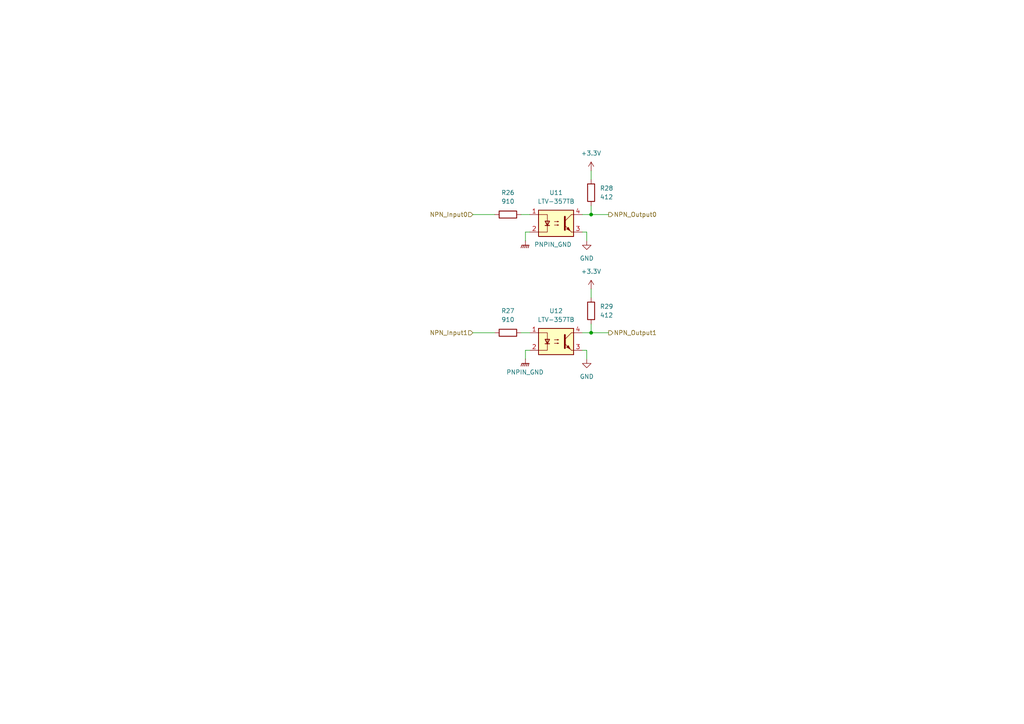
<source format=kicad_sch>
(kicad_sch
	(version 20250114)
	(generator "eeschema")
	(generator_version "9.0")
	(uuid "e63b338f-bd90-4c52-970e-b80b54cdea6a")
	(paper "A4")
	(lib_symbols
		(symbol "Device:R"
			(pin_numbers
				(hide yes)
			)
			(pin_names
				(offset 0)
			)
			(exclude_from_sim no)
			(in_bom yes)
			(on_board yes)
			(property "Reference" "R"
				(at 2.032 0 90)
				(effects
					(font
						(size 1.27 1.27)
					)
				)
			)
			(property "Value" "R"
				(at 0 0 90)
				(effects
					(font
						(size 1.27 1.27)
					)
				)
			)
			(property "Footprint" ""
				(at -1.778 0 90)
				(effects
					(font
						(size 1.27 1.27)
					)
					(hide yes)
				)
			)
			(property "Datasheet" "~"
				(at 0 0 0)
				(effects
					(font
						(size 1.27 1.27)
					)
					(hide yes)
				)
			)
			(property "Description" "Resistor"
				(at 0 0 0)
				(effects
					(font
						(size 1.27 1.27)
					)
					(hide yes)
				)
			)
			(property "ki_keywords" "R res resistor"
				(at 0 0 0)
				(effects
					(font
						(size 1.27 1.27)
					)
					(hide yes)
				)
			)
			(property "ki_fp_filters" "R_*"
				(at 0 0 0)
				(effects
					(font
						(size 1.27 1.27)
					)
					(hide yes)
				)
			)
			(symbol "R_0_1"
				(rectangle
					(start -1.016 -2.54)
					(end 1.016 2.54)
					(stroke
						(width 0.254)
						(type default)
					)
					(fill
						(type none)
					)
				)
			)
			(symbol "R_1_1"
				(pin passive line
					(at 0 3.81 270)
					(length 1.27)
					(name "~"
						(effects
							(font
								(size 1.27 1.27)
							)
						)
					)
					(number "1"
						(effects
							(font
								(size 1.27 1.27)
							)
						)
					)
				)
				(pin passive line
					(at 0 -3.81 90)
					(length 1.27)
					(name "~"
						(effects
							(font
								(size 1.27 1.27)
							)
						)
					)
					(number "2"
						(effects
							(font
								(size 1.27 1.27)
							)
						)
					)
				)
			)
			(embedded_fonts no)
		)
		(symbol "Isolator:LTV-357T"
			(pin_names
				(offset 1.016)
			)
			(exclude_from_sim no)
			(in_bom yes)
			(on_board yes)
			(property "Reference" "U"
				(at -5.334 4.826 0)
				(effects
					(font
						(size 1.27 1.27)
					)
					(justify left)
				)
			)
			(property "Value" "LTV-357T"
				(at 0 5.08 0)
				(effects
					(font
						(size 1.27 1.27)
					)
					(justify left)
				)
			)
			(property "Footprint" "Package_SO:SO-4_4.4x3.6mm_P2.54mm"
				(at -5.08 -5.08 0)
				(effects
					(font
						(size 1.27 1.27)
						(italic yes)
					)
					(justify left)
					(hide yes)
				)
			)
			(property "Datasheet" "https://www.buerklin.com/medias/sys_master/download/download/h91/ha0/8892020588574.pdf"
				(at 0 0 0)
				(effects
					(font
						(size 1.27 1.27)
					)
					(justify left)
					(hide yes)
				)
			)
			(property "Description" "DC Optocoupler, Vce 35V, CTR 50%, SO-4"
				(at 0 0 0)
				(effects
					(font
						(size 1.27 1.27)
					)
					(hide yes)
				)
			)
			(property "ki_keywords" "NPN DC Optocoupler"
				(at 0 0 0)
				(effects
					(font
						(size 1.27 1.27)
					)
					(hide yes)
				)
			)
			(property "ki_fp_filters" "SO*4.4x3.6mm*P2.54mm*"
				(at 0 0 0)
				(effects
					(font
						(size 1.27 1.27)
					)
					(hide yes)
				)
			)
			(symbol "LTV-357T_0_1"
				(rectangle
					(start -5.08 3.81)
					(end 5.08 -3.81)
					(stroke
						(width 0.254)
						(type default)
					)
					(fill
						(type background)
					)
				)
				(polyline
					(pts
						(xy -5.08 2.54) (xy -2.54 2.54) (xy -2.54 -0.762)
					)
					(stroke
						(width 0)
						(type default)
					)
					(fill
						(type none)
					)
				)
				(polyline
					(pts
						(xy -3.175 -0.635) (xy -1.905 -0.635)
					)
					(stroke
						(width 0.254)
						(type default)
					)
					(fill
						(type none)
					)
				)
				(polyline
					(pts
						(xy -2.54 -0.635) (xy -2.54 -2.54) (xy -5.08 -2.54)
					)
					(stroke
						(width 0)
						(type default)
					)
					(fill
						(type none)
					)
				)
				(polyline
					(pts
						(xy -2.54 -0.635) (xy -3.175 0.635) (xy -1.905 0.635) (xy -2.54 -0.635)
					)
					(stroke
						(width 0.254)
						(type default)
					)
					(fill
						(type none)
					)
				)
				(polyline
					(pts
						(xy -0.508 0.508) (xy 0.762 0.508) (xy 0.381 0.381) (xy 0.381 0.635) (xy 0.762 0.508)
					)
					(stroke
						(width 0)
						(type default)
					)
					(fill
						(type none)
					)
				)
				(polyline
					(pts
						(xy -0.508 -0.508) (xy 0.762 -0.508) (xy 0.381 -0.635) (xy 0.381 -0.381) (xy 0.762 -0.508)
					)
					(stroke
						(width 0)
						(type default)
					)
					(fill
						(type none)
					)
				)
				(polyline
					(pts
						(xy 2.54 1.905) (xy 2.54 -1.905) (xy 2.54 -1.905)
					)
					(stroke
						(width 0.508)
						(type default)
					)
					(fill
						(type none)
					)
				)
				(polyline
					(pts
						(xy 2.54 0.635) (xy 4.445 2.54)
					)
					(stroke
						(width 0)
						(type default)
					)
					(fill
						(type none)
					)
				)
				(polyline
					(pts
						(xy 3.048 -1.651) (xy 3.556 -1.143) (xy 4.064 -2.159) (xy 3.048 -1.651) (xy 3.048 -1.651)
					)
					(stroke
						(width 0)
						(type default)
					)
					(fill
						(type outline)
					)
				)
				(polyline
					(pts
						(xy 4.445 2.54) (xy 5.08 2.54)
					)
					(stroke
						(width 0)
						(type default)
					)
					(fill
						(type none)
					)
				)
				(polyline
					(pts
						(xy 4.445 -2.54) (xy 2.54 -0.635)
					)
					(stroke
						(width 0)
						(type default)
					)
					(fill
						(type outline)
					)
				)
				(polyline
					(pts
						(xy 4.445 -2.54) (xy 5.08 -2.54)
					)
					(stroke
						(width 0)
						(type default)
					)
					(fill
						(type none)
					)
				)
			)
			(symbol "LTV-357T_1_1"
				(pin passive line
					(at -7.62 2.54 0)
					(length 2.54)
					(name "~"
						(effects
							(font
								(size 1.27 1.27)
							)
						)
					)
					(number "1"
						(effects
							(font
								(size 1.27 1.27)
							)
						)
					)
				)
				(pin passive line
					(at -7.62 -2.54 0)
					(length 2.54)
					(name "~"
						(effects
							(font
								(size 1.27 1.27)
							)
						)
					)
					(number "2"
						(effects
							(font
								(size 1.27 1.27)
							)
						)
					)
				)
				(pin passive line
					(at 7.62 2.54 180)
					(length 2.54)
					(name "~"
						(effects
							(font
								(size 1.27 1.27)
							)
						)
					)
					(number "4"
						(effects
							(font
								(size 1.27 1.27)
							)
						)
					)
				)
				(pin passive line
					(at 7.62 -2.54 180)
					(length 2.54)
					(name "~"
						(effects
							(font
								(size 1.27 1.27)
							)
						)
					)
					(number "3"
						(effects
							(font
								(size 1.27 1.27)
							)
						)
					)
				)
			)
			(embedded_fonts no)
		)
		(symbol "power:+3.3V"
			(power)
			(pin_numbers
				(hide yes)
			)
			(pin_names
				(offset 0)
				(hide yes)
			)
			(exclude_from_sim no)
			(in_bom yes)
			(on_board yes)
			(property "Reference" "#PWR"
				(at 0 -3.81 0)
				(effects
					(font
						(size 1.27 1.27)
					)
					(hide yes)
				)
			)
			(property "Value" "+3.3V"
				(at 0 3.556 0)
				(effects
					(font
						(size 1.27 1.27)
					)
				)
			)
			(property "Footprint" ""
				(at 0 0 0)
				(effects
					(font
						(size 1.27 1.27)
					)
					(hide yes)
				)
			)
			(property "Datasheet" ""
				(at 0 0 0)
				(effects
					(font
						(size 1.27 1.27)
					)
					(hide yes)
				)
			)
			(property "Description" "Power symbol creates a global label with name \"+3.3V\""
				(at 0 0 0)
				(effects
					(font
						(size 1.27 1.27)
					)
					(hide yes)
				)
			)
			(property "ki_keywords" "global power"
				(at 0 0 0)
				(effects
					(font
						(size 1.27 1.27)
					)
					(hide yes)
				)
			)
			(symbol "+3.3V_0_1"
				(polyline
					(pts
						(xy -0.762 1.27) (xy 0 2.54)
					)
					(stroke
						(width 0)
						(type default)
					)
					(fill
						(type none)
					)
				)
				(polyline
					(pts
						(xy 0 2.54) (xy 0.762 1.27)
					)
					(stroke
						(width 0)
						(type default)
					)
					(fill
						(type none)
					)
				)
				(polyline
					(pts
						(xy 0 0) (xy 0 2.54)
					)
					(stroke
						(width 0)
						(type default)
					)
					(fill
						(type none)
					)
				)
			)
			(symbol "+3.3V_1_1"
				(pin power_in line
					(at 0 0 90)
					(length 0)
					(name "~"
						(effects
							(font
								(size 1.27 1.27)
							)
						)
					)
					(number "1"
						(effects
							(font
								(size 1.27 1.27)
							)
						)
					)
				)
			)
			(embedded_fonts no)
		)
		(symbol "power:GND"
			(power)
			(pin_numbers
				(hide yes)
			)
			(pin_names
				(offset 0)
				(hide yes)
			)
			(exclude_from_sim no)
			(in_bom yes)
			(on_board yes)
			(property "Reference" "#PWR"
				(at 0 -6.35 0)
				(effects
					(font
						(size 1.27 1.27)
					)
					(hide yes)
				)
			)
			(property "Value" "GND"
				(at 0 -3.81 0)
				(effects
					(font
						(size 1.27 1.27)
					)
				)
			)
			(property "Footprint" ""
				(at 0 0 0)
				(effects
					(font
						(size 1.27 1.27)
					)
					(hide yes)
				)
			)
			(property "Datasheet" ""
				(at 0 0 0)
				(effects
					(font
						(size 1.27 1.27)
					)
					(hide yes)
				)
			)
			(property "Description" "Power symbol creates a global label with name \"GND\" , ground"
				(at 0 0 0)
				(effects
					(font
						(size 1.27 1.27)
					)
					(hide yes)
				)
			)
			(property "ki_keywords" "global power"
				(at 0 0 0)
				(effects
					(font
						(size 1.27 1.27)
					)
					(hide yes)
				)
			)
			(symbol "GND_0_1"
				(polyline
					(pts
						(xy 0 0) (xy 0 -1.27) (xy 1.27 -1.27) (xy 0 -2.54) (xy -1.27 -1.27) (xy 0 -1.27)
					)
					(stroke
						(width 0)
						(type default)
					)
					(fill
						(type none)
					)
				)
			)
			(symbol "GND_1_1"
				(pin power_in line
					(at 0 0 270)
					(length 0)
					(name "~"
						(effects
							(font
								(size 1.27 1.27)
							)
						)
					)
					(number "1"
						(effects
							(font
								(size 1.27 1.27)
							)
						)
					)
				)
			)
			(embedded_fonts no)
		)
		(symbol "power:GNDPWR"
			(power)
			(pin_numbers
				(hide yes)
			)
			(pin_names
				(offset 0)
				(hide yes)
			)
			(exclude_from_sim no)
			(in_bom yes)
			(on_board yes)
			(property "Reference" "#PWR"
				(at 0 -5.08 0)
				(effects
					(font
						(size 1.27 1.27)
					)
					(hide yes)
				)
			)
			(property "Value" "GNDPWR"
				(at 0 -3.302 0)
				(effects
					(font
						(size 1.27 1.27)
					)
				)
			)
			(property "Footprint" ""
				(at 0 -1.27 0)
				(effects
					(font
						(size 1.27 1.27)
					)
					(hide yes)
				)
			)
			(property "Datasheet" ""
				(at 0 -1.27 0)
				(effects
					(font
						(size 1.27 1.27)
					)
					(hide yes)
				)
			)
			(property "Description" "Power symbol creates a global label with name \"GNDPWR\" , global ground"
				(at 0 0 0)
				(effects
					(font
						(size 1.27 1.27)
					)
					(hide yes)
				)
			)
			(property "ki_keywords" "global ground"
				(at 0 0 0)
				(effects
					(font
						(size 1.27 1.27)
					)
					(hide yes)
				)
			)
			(symbol "GNDPWR_0_1"
				(polyline
					(pts
						(xy -1.016 -1.27) (xy -1.27 -2.032) (xy -1.27 -2.032)
					)
					(stroke
						(width 0.2032)
						(type default)
					)
					(fill
						(type none)
					)
				)
				(polyline
					(pts
						(xy -0.508 -1.27) (xy -0.762 -2.032) (xy -0.762 -2.032)
					)
					(stroke
						(width 0.2032)
						(type default)
					)
					(fill
						(type none)
					)
				)
				(polyline
					(pts
						(xy 0 -1.27) (xy 0 0)
					)
					(stroke
						(width 0)
						(type default)
					)
					(fill
						(type none)
					)
				)
				(polyline
					(pts
						(xy 0 -1.27) (xy -0.254 -2.032) (xy -0.254 -2.032)
					)
					(stroke
						(width 0.2032)
						(type default)
					)
					(fill
						(type none)
					)
				)
				(polyline
					(pts
						(xy 0.508 -1.27) (xy 0.254 -2.032) (xy 0.254 -2.032)
					)
					(stroke
						(width 0.2032)
						(type default)
					)
					(fill
						(type none)
					)
				)
				(polyline
					(pts
						(xy 1.016 -1.27) (xy -1.016 -1.27) (xy -1.016 -1.27)
					)
					(stroke
						(width 0.2032)
						(type default)
					)
					(fill
						(type none)
					)
				)
				(polyline
					(pts
						(xy 1.016 -1.27) (xy 0.762 -2.032) (xy 0.762 -2.032) (xy 0.762 -2.032)
					)
					(stroke
						(width 0.2032)
						(type default)
					)
					(fill
						(type none)
					)
				)
			)
			(symbol "GNDPWR_1_1"
				(pin power_in line
					(at 0 0 270)
					(length 0)
					(name "~"
						(effects
							(font
								(size 1.27 1.27)
							)
						)
					)
					(number "1"
						(effects
							(font
								(size 1.27 1.27)
							)
						)
					)
				)
			)
			(embedded_fonts no)
		)
	)
	(junction
		(at 171.45 62.23)
		(diameter 0)
		(color 0 0 0 0)
		(uuid "251392dd-b0ba-4966-86f7-3b0f6bba7712")
	)
	(junction
		(at 171.45 96.52)
		(diameter 0)
		(color 0 0 0 0)
		(uuid "c87f85f3-b5f9-4d2f-b0e1-a4d97d890da7")
	)
	(wire
		(pts
			(xy 168.91 62.23) (xy 171.45 62.23)
		)
		(stroke
			(width 0)
			(type default)
		)
		(uuid "113ed71f-eab6-47d0-ae62-05c3b50373a0")
	)
	(wire
		(pts
			(xy 151.13 62.23) (xy 153.67 62.23)
		)
		(stroke
			(width 0)
			(type default)
		)
		(uuid "11e9d63d-050d-4965-a35b-70286ddd5109")
	)
	(wire
		(pts
			(xy 168.91 101.6) (xy 170.18 101.6)
		)
		(stroke
			(width 0)
			(type default)
		)
		(uuid "1bb3a43a-52ab-4b8b-bf10-077dcaad3301")
	)
	(wire
		(pts
			(xy 152.4 67.31) (xy 153.67 67.31)
		)
		(stroke
			(width 0)
			(type default)
		)
		(uuid "2d2b10dc-3a9d-41de-a4d4-09279585a612")
	)
	(wire
		(pts
			(xy 168.91 96.52) (xy 171.45 96.52)
		)
		(stroke
			(width 0)
			(type default)
		)
		(uuid "3525d4c9-4d31-4d6a-80cf-a2a60fdfebcf")
	)
	(wire
		(pts
			(xy 171.45 62.23) (xy 171.45 59.69)
		)
		(stroke
			(width 0)
			(type default)
		)
		(uuid "3c06f578-db1e-4b2d-90f8-2606ea5e9e41")
	)
	(wire
		(pts
			(xy 171.45 96.52) (xy 171.45 93.98)
		)
		(stroke
			(width 0)
			(type default)
		)
		(uuid "4470587e-e4a2-420d-aad8-f6fef59862a8")
	)
	(wire
		(pts
			(xy 152.4 101.6) (xy 153.67 101.6)
		)
		(stroke
			(width 0)
			(type default)
		)
		(uuid "47016aa5-9054-439a-abae-07c615331338")
	)
	(wire
		(pts
			(xy 137.16 96.52) (xy 143.51 96.52)
		)
		(stroke
			(width 0)
			(type default)
		)
		(uuid "679f119b-f62a-4c07-a518-7c446d2fd840")
	)
	(wire
		(pts
			(xy 151.13 96.52) (xy 153.67 96.52)
		)
		(stroke
			(width 0)
			(type default)
		)
		(uuid "7c1f20b2-ae55-4fcf-b33e-b11a688a0708")
	)
	(wire
		(pts
			(xy 152.4 69.85) (xy 152.4 67.31)
		)
		(stroke
			(width 0)
			(type default)
		)
		(uuid "7c9f32e2-4543-471f-bc81-6d2053e1df6c")
	)
	(wire
		(pts
			(xy 170.18 69.85) (xy 170.18 67.31)
		)
		(stroke
			(width 0)
			(type default)
		)
		(uuid "8a0cb2bf-1d70-4525-9622-205a4eb367c3")
	)
	(wire
		(pts
			(xy 171.45 62.23) (xy 176.53 62.23)
		)
		(stroke
			(width 0)
			(type default)
		)
		(uuid "8ae7fd0d-257a-4c71-b794-b7b5412fa1c6")
	)
	(wire
		(pts
			(xy 137.16 62.23) (xy 143.51 62.23)
		)
		(stroke
			(width 0)
			(type default)
		)
		(uuid "a9224f34-892d-4721-ae93-de681b8d050f")
	)
	(wire
		(pts
			(xy 168.91 67.31) (xy 170.18 67.31)
		)
		(stroke
			(width 0)
			(type default)
		)
		(uuid "bcb499b8-ab94-4165-8e23-746821ef797d")
	)
	(wire
		(pts
			(xy 171.45 49.53) (xy 171.45 52.07)
		)
		(stroke
			(width 0)
			(type default)
		)
		(uuid "c0fafe5a-5da4-49de-b734-2ac3689e9342")
	)
	(wire
		(pts
			(xy 171.45 83.82) (xy 171.45 86.36)
		)
		(stroke
			(width 0)
			(type default)
		)
		(uuid "d60262b9-79f0-4db3-b774-11abde318f04")
	)
	(wire
		(pts
			(xy 170.18 104.14) (xy 170.18 101.6)
		)
		(stroke
			(width 0)
			(type default)
		)
		(uuid "e6879853-c60a-443c-9395-c3ff0737eb92")
	)
	(wire
		(pts
			(xy 152.4 104.14) (xy 152.4 101.6)
		)
		(stroke
			(width 0)
			(type default)
		)
		(uuid "e82b2d1b-d670-4e92-8638-1850f787c244")
	)
	(wire
		(pts
			(xy 171.45 96.52) (xy 176.53 96.52)
		)
		(stroke
			(width 0)
			(type default)
		)
		(uuid "eb67f670-643d-46aa-9304-f79525b525c5")
	)
	(hierarchical_label "NPN_Input1"
		(shape input)
		(at 137.16 96.52 180)
		(effects
			(font
				(size 1.27 1.27)
			)
			(justify right)
		)
		(uuid "42a0367b-872e-4b31-9249-519cf121950b")
	)
	(hierarchical_label "NPN_Input0"
		(shape input)
		(at 137.16 62.23 180)
		(effects
			(font
				(size 1.27 1.27)
			)
			(justify right)
		)
		(uuid "9e7e562f-fc38-4523-9e34-ade8db23d9fe")
	)
	(hierarchical_label "NPN_Output1"
		(shape output)
		(at 176.53 96.52 0)
		(effects
			(font
				(size 1.27 1.27)
			)
			(justify left)
		)
		(uuid "b6c77366-0f3a-42aa-b26d-09d757b6a50f")
	)
	(hierarchical_label "NPN_Output0"
		(shape output)
		(at 176.53 62.23 0)
		(effects
			(font
				(size 1.27 1.27)
			)
			(justify left)
		)
		(uuid "ef3ff0d5-fa0b-4169-b43c-d331fa38ecc6")
	)
	(symbol
		(lib_id "Isolator:LTV-357T")
		(at 161.29 99.06 0)
		(unit 1)
		(exclude_from_sim no)
		(in_bom yes)
		(on_board yes)
		(dnp no)
		(fields_autoplaced yes)
		(uuid "01e09867-dedb-4b53-906d-aa203144183d")
		(property "Reference" "U12"
			(at 161.29 90.17 0)
			(effects
				(font
					(size 1.27 1.27)
				)
			)
		)
		(property "Value" "LTV-357TB"
			(at 161.29 92.71 0)
			(effects
				(font
					(size 1.27 1.27)
				)
			)
		)
		(property "Footprint" "Package_SO:SO-4_4.4x3.6mm_P2.54mm"
			(at 156.21 104.14 0)
			(effects
				(font
					(size 1.27 1.27)
					(italic yes)
				)
				(justify left)
				(hide yes)
			)
		)
		(property "Datasheet" "https://www.buerklin.com/medias/sys_master/download/download/h91/ha0/8892020588574.pdf"
			(at 161.29 99.06 0)
			(effects
				(font
					(size 1.27 1.27)
				)
				(justify left)
				(hide yes)
			)
		)
		(property "Description" "DC Optocoupler, Vce 35V, CTR 50%, SO-4"
			(at 161.29 99.06 0)
			(effects
				(font
					(size 1.27 1.27)
				)
				(hide yes)
			)
		)
		(pin "3"
			(uuid "8ecf516a-b026-4141-8725-a377db0746bd")
		)
		(pin "1"
			(uuid "44917c7e-59e1-4fb2-8085-ea8095c010a7")
		)
		(pin "2"
			(uuid "560c3763-fedf-4e3b-aede-39f122bd8b6f")
		)
		(pin "4"
			(uuid "f5d1130c-f063-4a62-bbbe-85b4cc625a4e")
		)
		(instances
			(project "NIVARA"
				(path "/8290cc18-06d0-4e02-a781-29a61ebc321a/9e4d7a0c-a5eb-4e88-9036-0c35e68b279a/194f65ea-cb11-429e-a2d9-3caff410d6b0"
					(reference "U12")
					(unit 1)
				)
			)
			(project "NIVARA_ZorionX_BOARD"
				(path "/8e19332e-3534-4a04-99a8-04957ac8928f/194f65ea-cb11-429e-a2d9-3caff410d6b0"
					(reference "U?")
					(unit 1)
				)
			)
		)
	)
	(symbol
		(lib_id "power:GND")
		(at 170.18 69.85 0)
		(unit 1)
		(exclude_from_sim no)
		(in_bom yes)
		(on_board yes)
		(dnp no)
		(fields_autoplaced yes)
		(uuid "01ee2a91-a2d7-4933-b550-613c924fd15a")
		(property "Reference" "#PWR057"
			(at 170.18 76.2 0)
			(effects
				(font
					(size 1.27 1.27)
				)
				(hide yes)
			)
		)
		(property "Value" "GND"
			(at 170.18 74.93 0)
			(effects
				(font
					(size 1.27 1.27)
				)
			)
		)
		(property "Footprint" ""
			(at 170.18 69.85 0)
			(effects
				(font
					(size 1.27 1.27)
				)
				(hide yes)
			)
		)
		(property "Datasheet" ""
			(at 170.18 69.85 0)
			(effects
				(font
					(size 1.27 1.27)
				)
				(hide yes)
			)
		)
		(property "Description" "Power symbol creates a global label with name \"GND\" , ground"
			(at 170.18 69.85 0)
			(effects
				(font
					(size 1.27 1.27)
				)
				(hide yes)
			)
		)
		(pin "1"
			(uuid "976364ef-54e9-4605-b806-cc0d7cfc3c43")
		)
		(instances
			(project "NIVARA"
				(path "/8290cc18-06d0-4e02-a781-29a61ebc321a/9e4d7a0c-a5eb-4e88-9036-0c35e68b279a/194f65ea-cb11-429e-a2d9-3caff410d6b0"
					(reference "#PWR057")
					(unit 1)
				)
			)
			(project "NIVARA_ZorionX_BOARD"
				(path "/8e19332e-3534-4a04-99a8-04957ac8928f/194f65ea-cb11-429e-a2d9-3caff410d6b0"
					(reference "#PWR?")
					(unit 1)
				)
			)
		)
	)
	(symbol
		(lib_id "power:GND")
		(at 170.18 104.14 0)
		(unit 1)
		(exclude_from_sim no)
		(in_bom yes)
		(on_board yes)
		(dnp no)
		(fields_autoplaced yes)
		(uuid "130b6bc3-1b4c-4c34-91c3-1a049bea920d")
		(property "Reference" "#PWR058"
			(at 170.18 110.49 0)
			(effects
				(font
					(size 1.27 1.27)
				)
				(hide yes)
			)
		)
		(property "Value" "GND"
			(at 170.18 109.22 0)
			(effects
				(font
					(size 1.27 1.27)
				)
			)
		)
		(property "Footprint" ""
			(at 170.18 104.14 0)
			(effects
				(font
					(size 1.27 1.27)
				)
				(hide yes)
			)
		)
		(property "Datasheet" ""
			(at 170.18 104.14 0)
			(effects
				(font
					(size 1.27 1.27)
				)
				(hide yes)
			)
		)
		(property "Description" "Power symbol creates a global label with name \"GND\" , ground"
			(at 170.18 104.14 0)
			(effects
				(font
					(size 1.27 1.27)
				)
				(hide yes)
			)
		)
		(pin "1"
			(uuid "fddf7b60-05cd-4781-b24c-14a1d0613572")
		)
		(instances
			(project "NIVARA"
				(path "/8290cc18-06d0-4e02-a781-29a61ebc321a/9e4d7a0c-a5eb-4e88-9036-0c35e68b279a/194f65ea-cb11-429e-a2d9-3caff410d6b0"
					(reference "#PWR058")
					(unit 1)
				)
			)
			(project "NIVARA_ZorionX_BOARD"
				(path "/8e19332e-3534-4a04-99a8-04957ac8928f/194f65ea-cb11-429e-a2d9-3caff410d6b0"
					(reference "#PWR?")
					(unit 1)
				)
			)
		)
	)
	(symbol
		(lib_id "power:GNDPWR")
		(at 152.4 69.85 0)
		(unit 1)
		(exclude_from_sim no)
		(in_bom yes)
		(on_board yes)
		(dnp no)
		(fields_autoplaced yes)
		(uuid "527fbcdc-76ba-4495-a988-692f120faada")
		(property "Reference" "#PWR055"
			(at 152.4 74.93 0)
			(effects
				(font
					(size 1.27 1.27)
				)
				(hide yes)
			)
		)
		(property "Value" "PNPIN_GND"
			(at 154.94 70.9167 0)
			(effects
				(font
					(size 1.27 1.27)
				)
				(justify left)
			)
		)
		(property "Footprint" ""
			(at 152.4 71.12 0)
			(effects
				(font
					(size 1.27 1.27)
				)
				(hide yes)
			)
		)
		(property "Datasheet" ""
			(at 152.4 71.12 0)
			(effects
				(font
					(size 1.27 1.27)
				)
				(hide yes)
			)
		)
		(property "Description" "Power symbol creates a global label with name \"GNDPWR\" , global ground"
			(at 152.4 69.85 0)
			(effects
				(font
					(size 1.27 1.27)
				)
				(hide yes)
			)
		)
		(pin "1"
			(uuid "d8159f47-0818-40bf-b7d7-9b8d399b1bb8")
		)
		(instances
			(project "NIVARA"
				(path "/8290cc18-06d0-4e02-a781-29a61ebc321a/9e4d7a0c-a5eb-4e88-9036-0c35e68b279a/194f65ea-cb11-429e-a2d9-3caff410d6b0"
					(reference "#PWR055")
					(unit 1)
				)
			)
			(project "NIVARA_ZorionX_BOARD"
				(path "/8e19332e-3534-4a04-99a8-04957ac8928f/194f65ea-cb11-429e-a2d9-3caff410d6b0"
					(reference "#PWR?")
					(unit 1)
				)
			)
		)
	)
	(symbol
		(lib_id "Isolator:LTV-357T")
		(at 161.29 64.77 0)
		(unit 1)
		(exclude_from_sim no)
		(in_bom yes)
		(on_board yes)
		(dnp no)
		(fields_autoplaced yes)
		(uuid "6749a4a3-560e-4799-9969-c9787a35f289")
		(property "Reference" "U11"
			(at 161.29 55.88 0)
			(effects
				(font
					(size 1.27 1.27)
				)
			)
		)
		(property "Value" "LTV-357TB"
			(at 161.29 58.42 0)
			(effects
				(font
					(size 1.27 1.27)
				)
			)
		)
		(property "Footprint" "Package_SO:SO-4_4.4x3.6mm_P2.54mm"
			(at 156.21 69.85 0)
			(effects
				(font
					(size 1.27 1.27)
					(italic yes)
				)
				(justify left)
				(hide yes)
			)
		)
		(property "Datasheet" "https://www.buerklin.com/medias/sys_master/download/download/h91/ha0/8892020588574.pdf"
			(at 161.29 64.77 0)
			(effects
				(font
					(size 1.27 1.27)
				)
				(justify left)
				(hide yes)
			)
		)
		(property "Description" "DC Optocoupler, Vce 35V, CTR 50%, SO-4"
			(at 161.29 64.77 0)
			(effects
				(font
					(size 1.27 1.27)
				)
				(hide yes)
			)
		)
		(pin "3"
			(uuid "c3fe580f-86f1-43c7-9169-0628b454ff72")
		)
		(pin "1"
			(uuid "ff93d603-68bd-4653-b760-cc62d2cb612e")
		)
		(pin "2"
			(uuid "67994852-5df6-418c-b80e-dfbf3635acbe")
		)
		(pin "4"
			(uuid "8724be08-7138-47a7-9b99-4cad8d871795")
		)
		(instances
			(project "NIVARA"
				(path "/8290cc18-06d0-4e02-a781-29a61ebc321a/9e4d7a0c-a5eb-4e88-9036-0c35e68b279a/194f65ea-cb11-429e-a2d9-3caff410d6b0"
					(reference "U11")
					(unit 1)
				)
			)
			(project "NIVARA_ZorionX_BOARD"
				(path "/8e19332e-3534-4a04-99a8-04957ac8928f/194f65ea-cb11-429e-a2d9-3caff410d6b0"
					(reference "U?")
					(unit 1)
				)
			)
		)
	)
	(symbol
		(lib_id "Device:R")
		(at 171.45 55.88 180)
		(unit 1)
		(exclude_from_sim no)
		(in_bom yes)
		(on_board yes)
		(dnp no)
		(fields_autoplaced yes)
		(uuid "70287df3-6cb5-4a1c-910d-fc9e9c0f3771")
		(property "Reference" "R28"
			(at 173.99 54.6099 0)
			(effects
				(font
					(size 1.27 1.27)
				)
				(justify right)
			)
		)
		(property "Value" "412"
			(at 173.99 57.1499 0)
			(effects
				(font
					(size 1.27 1.27)
				)
				(justify right)
			)
		)
		(property "Footprint" "Resistor_SMD:R_0603_1608Metric"
			(at 173.228 55.88 90)
			(effects
				(font
					(size 1.27 1.27)
				)
				(hide yes)
			)
		)
		(property "Datasheet" "~"
			(at 171.45 55.88 0)
			(effects
				(font
					(size 1.27 1.27)
				)
				(hide yes)
			)
		)
		(property "Description" "Resistor"
			(at 171.45 55.88 0)
			(effects
				(font
					(size 1.27 1.27)
				)
				(hide yes)
			)
		)
		(pin "1"
			(uuid "6347a9f4-fab9-4029-a150-8ca530f54ca6")
		)
		(pin "2"
			(uuid "26ae7f6d-9706-4f08-b913-2050da123edf")
		)
		(instances
			(project "NIVARA"
				(path "/8290cc18-06d0-4e02-a781-29a61ebc321a/9e4d7a0c-a5eb-4e88-9036-0c35e68b279a/194f65ea-cb11-429e-a2d9-3caff410d6b0"
					(reference "R28")
					(unit 1)
				)
			)
			(project "NIVARA_ZorionX_BOARD"
				(path "/8e19332e-3534-4a04-99a8-04957ac8928f/194f65ea-cb11-429e-a2d9-3caff410d6b0"
					(reference "R?")
					(unit 1)
				)
			)
		)
	)
	(symbol
		(lib_id "Device:R")
		(at 147.32 62.23 90)
		(unit 1)
		(exclude_from_sim no)
		(in_bom yes)
		(on_board yes)
		(dnp no)
		(fields_autoplaced yes)
		(uuid "7a77d4cf-c157-496f-8562-3312b0193023")
		(property "Reference" "R26"
			(at 147.32 55.88 90)
			(effects
				(font
					(size 1.27 1.27)
				)
			)
		)
		(property "Value" "910"
			(at 147.32 58.42 90)
			(effects
				(font
					(size 1.27 1.27)
				)
			)
		)
		(property "Footprint" "Resistor_SMD:R_0603_1608Metric"
			(at 147.32 64.008 90)
			(effects
				(font
					(size 1.27 1.27)
				)
				(hide yes)
			)
		)
		(property "Datasheet" "~"
			(at 147.32 62.23 0)
			(effects
				(font
					(size 1.27 1.27)
				)
				(hide yes)
			)
		)
		(property "Description" "Resistor"
			(at 147.32 62.23 0)
			(effects
				(font
					(size 1.27 1.27)
				)
				(hide yes)
			)
		)
		(property "LCSC#" "C114670"
			(at 147.32 62.23 90)
			(effects
				(font
					(size 1.27 1.27)
				)
				(hide yes)
			)
		)
		(pin "1"
			(uuid "a7b6781c-3d25-46c6-9113-951c426dc6ae")
		)
		(pin "2"
			(uuid "90df33c4-73b3-4d34-96e8-e96756f4d6ec")
		)
		(instances
			(project "NIVARA"
				(path "/8290cc18-06d0-4e02-a781-29a61ebc321a/9e4d7a0c-a5eb-4e88-9036-0c35e68b279a/194f65ea-cb11-429e-a2d9-3caff410d6b0"
					(reference "R26")
					(unit 1)
				)
			)
			(project "NIVARA_ZorionX_BOARD"
				(path "/8e19332e-3534-4a04-99a8-04957ac8928f/194f65ea-cb11-429e-a2d9-3caff410d6b0"
					(reference "R?")
					(unit 1)
				)
			)
		)
	)
	(symbol
		(lib_id "power:+3.3V")
		(at 171.45 83.82 0)
		(unit 1)
		(exclude_from_sim no)
		(in_bom yes)
		(on_board yes)
		(dnp no)
		(fields_autoplaced yes)
		(uuid "8873dba7-b1c7-4521-92ff-0e3e601c0f1d")
		(property "Reference" "#PWR060"
			(at 171.45 87.63 0)
			(effects
				(font
					(size 1.27 1.27)
				)
				(hide yes)
			)
		)
		(property "Value" "+3.3V"
			(at 171.45 78.74 0)
			(effects
				(font
					(size 1.27 1.27)
				)
			)
		)
		(property "Footprint" ""
			(at 171.45 83.82 0)
			(effects
				(font
					(size 1.27 1.27)
				)
				(hide yes)
			)
		)
		(property "Datasheet" ""
			(at 171.45 83.82 0)
			(effects
				(font
					(size 1.27 1.27)
				)
				(hide yes)
			)
		)
		(property "Description" "Power symbol creates a global label with name \"+3.3V\""
			(at 171.45 83.82 0)
			(effects
				(font
					(size 1.27 1.27)
				)
				(hide yes)
			)
		)
		(pin "1"
			(uuid "a825d63a-ce82-411c-9b7c-0fdd9b475178")
		)
		(instances
			(project "NIVARA"
				(path "/8290cc18-06d0-4e02-a781-29a61ebc321a/9e4d7a0c-a5eb-4e88-9036-0c35e68b279a/194f65ea-cb11-429e-a2d9-3caff410d6b0"
					(reference "#PWR060")
					(unit 1)
				)
			)
			(project "NIVARA_ZorionX_BOARD"
				(path "/8e19332e-3534-4a04-99a8-04957ac8928f/194f65ea-cb11-429e-a2d9-3caff410d6b0"
					(reference "#PWR?")
					(unit 1)
				)
			)
		)
	)
	(symbol
		(lib_id "Device:R")
		(at 171.45 90.17 180)
		(unit 1)
		(exclude_from_sim no)
		(in_bom yes)
		(on_board yes)
		(dnp no)
		(fields_autoplaced yes)
		(uuid "b46183b0-010e-4fc2-9486-9e430a178658")
		(property "Reference" "R29"
			(at 173.99 88.8999 0)
			(effects
				(font
					(size 1.27 1.27)
				)
				(justify right)
			)
		)
		(property "Value" "412"
			(at 173.99 91.4399 0)
			(effects
				(font
					(size 1.27 1.27)
				)
				(justify right)
			)
		)
		(property "Footprint" "Resistor_SMD:R_0603_1608Metric"
			(at 173.228 90.17 90)
			(effects
				(font
					(size 1.27 1.27)
				)
				(hide yes)
			)
		)
		(property "Datasheet" "~"
			(at 171.45 90.17 0)
			(effects
				(font
					(size 1.27 1.27)
				)
				(hide yes)
			)
		)
		(property "Description" "Resistor"
			(at 171.45 90.17 0)
			(effects
				(font
					(size 1.27 1.27)
				)
				(hide yes)
			)
		)
		(pin "1"
			(uuid "01c83767-b741-4b1a-a286-45659d65a127")
		)
		(pin "2"
			(uuid "f1c2f27e-20d6-4c18-8d6a-bb68de4a1ec0")
		)
		(instances
			(project "NIVARA"
				(path "/8290cc18-06d0-4e02-a781-29a61ebc321a/9e4d7a0c-a5eb-4e88-9036-0c35e68b279a/194f65ea-cb11-429e-a2d9-3caff410d6b0"
					(reference "R29")
					(unit 1)
				)
			)
			(project "NIVARA_ZorionX_BOARD"
				(path "/8e19332e-3534-4a04-99a8-04957ac8928f/194f65ea-cb11-429e-a2d9-3caff410d6b0"
					(reference "R?")
					(unit 1)
				)
			)
		)
	)
	(symbol
		(lib_id "power:GNDPWR")
		(at 152.4 104.14 0)
		(unit 1)
		(exclude_from_sim no)
		(in_bom yes)
		(on_board yes)
		(dnp no)
		(fields_autoplaced yes)
		(uuid "d2792554-2c78-4414-9fad-0a7efb98100d")
		(property "Reference" "#PWR056"
			(at 152.4 109.22 0)
			(effects
				(font
					(size 1.27 1.27)
				)
				(hide yes)
			)
		)
		(property "Value" "PNPIN_GND"
			(at 152.273 107.95 0)
			(effects
				(font
					(size 1.27 1.27)
				)
			)
		)
		(property "Footprint" ""
			(at 152.4 105.41 0)
			(effects
				(font
					(size 1.27 1.27)
				)
				(hide yes)
			)
		)
		(property "Datasheet" ""
			(at 152.4 105.41 0)
			(effects
				(font
					(size 1.27 1.27)
				)
				(hide yes)
			)
		)
		(property "Description" "Power symbol creates a global label with name \"GNDPWR\" , global ground"
			(at 152.4 104.14 0)
			(effects
				(font
					(size 1.27 1.27)
				)
				(hide yes)
			)
		)
		(pin "1"
			(uuid "517e086a-2326-408c-bf27-c16556d205d6")
		)
		(instances
			(project "NIVARA"
				(path "/8290cc18-06d0-4e02-a781-29a61ebc321a/9e4d7a0c-a5eb-4e88-9036-0c35e68b279a/194f65ea-cb11-429e-a2d9-3caff410d6b0"
					(reference "#PWR056")
					(unit 1)
				)
			)
			(project "NIVARA_ZorionX_BOARD"
				(path "/8e19332e-3534-4a04-99a8-04957ac8928f/194f65ea-cb11-429e-a2d9-3caff410d6b0"
					(reference "#PWR?")
					(unit 1)
				)
			)
		)
	)
	(symbol
		(lib_id "power:+3.3V")
		(at 171.45 49.53 0)
		(unit 1)
		(exclude_from_sim no)
		(in_bom yes)
		(on_board yes)
		(dnp no)
		(fields_autoplaced yes)
		(uuid "e5208652-8afa-40dd-9a91-ecfbdf4a42ed")
		(property "Reference" "#PWR059"
			(at 171.45 53.34 0)
			(effects
				(font
					(size 1.27 1.27)
				)
				(hide yes)
			)
		)
		(property "Value" "+3.3V"
			(at 171.45 44.45 0)
			(effects
				(font
					(size 1.27 1.27)
				)
			)
		)
		(property "Footprint" ""
			(at 171.45 49.53 0)
			(effects
				(font
					(size 1.27 1.27)
				)
				(hide yes)
			)
		)
		(property "Datasheet" ""
			(at 171.45 49.53 0)
			(effects
				(font
					(size 1.27 1.27)
				)
				(hide yes)
			)
		)
		(property "Description" "Power symbol creates a global label with name \"+3.3V\""
			(at 171.45 49.53 0)
			(effects
				(font
					(size 1.27 1.27)
				)
				(hide yes)
			)
		)
		(pin "1"
			(uuid "aa0d7366-eacd-4783-87a2-6ce41ace987c")
		)
		(instances
			(project "NIVARA"
				(path "/8290cc18-06d0-4e02-a781-29a61ebc321a/9e4d7a0c-a5eb-4e88-9036-0c35e68b279a/194f65ea-cb11-429e-a2d9-3caff410d6b0"
					(reference "#PWR059")
					(unit 1)
				)
			)
			(project "NIVARA_ZorionX_BOARD"
				(path "/8e19332e-3534-4a04-99a8-04957ac8928f/194f65ea-cb11-429e-a2d9-3caff410d6b0"
					(reference "#PWR?")
					(unit 1)
				)
			)
		)
	)
	(symbol
		(lib_id "Device:R")
		(at 147.32 96.52 90)
		(unit 1)
		(exclude_from_sim no)
		(in_bom yes)
		(on_board yes)
		(dnp no)
		(fields_autoplaced yes)
		(uuid "e5952faf-7d8f-493c-a91d-3a44c3ab4922")
		(property "Reference" "R27"
			(at 147.32 90.17 90)
			(effects
				(font
					(size 1.27 1.27)
				)
			)
		)
		(property "Value" "910"
			(at 147.32 92.71 90)
			(effects
				(font
					(size 1.27 1.27)
				)
			)
		)
		(property "Footprint" "Resistor_SMD:R_0603_1608Metric"
			(at 147.32 98.298 90)
			(effects
				(font
					(size 1.27 1.27)
				)
				(hide yes)
			)
		)
		(property "Datasheet" "~"
			(at 147.32 96.52 0)
			(effects
				(font
					(size 1.27 1.27)
				)
				(hide yes)
			)
		)
		(property "Description" "Resistor"
			(at 147.32 96.52 0)
			(effects
				(font
					(size 1.27 1.27)
				)
				(hide yes)
			)
		)
		(property "LCSC#" "C114670"
			(at 147.32 96.52 90)
			(effects
				(font
					(size 1.27 1.27)
				)
				(hide yes)
			)
		)
		(pin "1"
			(uuid "c7436843-f654-4a24-a8f7-ed9a8968eecb")
		)
		(pin "2"
			(uuid "7b90e547-b9dd-40a6-b4bb-2123c884d78f")
		)
		(instances
			(project "NIVARA"
				(path "/8290cc18-06d0-4e02-a781-29a61ebc321a/9e4d7a0c-a5eb-4e88-9036-0c35e68b279a/194f65ea-cb11-429e-a2d9-3caff410d6b0"
					(reference "R27")
					(unit 1)
				)
			)
			(project "NIVARA_ZorionX_BOARD"
				(path "/8e19332e-3534-4a04-99a8-04957ac8928f/194f65ea-cb11-429e-a2d9-3caff410d6b0"
					(reference "R?")
					(unit 1)
				)
			)
		)
	)
)

</source>
